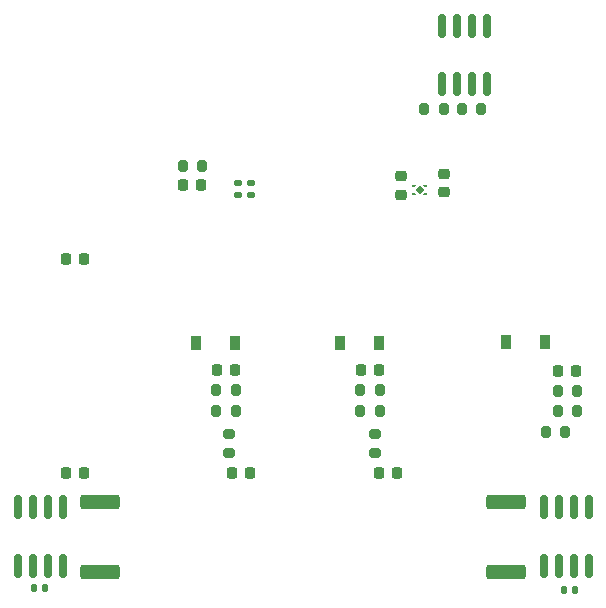
<source format=gbp>
G04 #@! TF.GenerationSoftware,KiCad,Pcbnew,(6.0.2)*
G04 #@! TF.CreationDate,2022-07-28T14:34:32+02:00*
G04 #@! TF.ProjectId,progetto_motor_controller,70726f67-6574-4746-9f5f-6d6f746f725f,rev?*
G04 #@! TF.SameCoordinates,Original*
G04 #@! TF.FileFunction,Paste,Bot*
G04 #@! TF.FilePolarity,Positive*
%FSLAX46Y46*%
G04 Gerber Fmt 4.6, Leading zero omitted, Abs format (unit mm)*
G04 Created by KiCad (PCBNEW (6.0.2)) date 2022-07-28 14:34:32*
%MOMM*%
%LPD*%
G01*
G04 APERTURE LIST*
G04 Aperture macros list*
%AMRoundRect*
0 Rectangle with rounded corners*
0 $1 Rounding radius*
0 $2 $3 $4 $5 $6 $7 $8 $9 X,Y pos of 4 corners*
0 Add a 4 corners polygon primitive as box body*
4,1,4,$2,$3,$4,$5,$6,$7,$8,$9,$2,$3,0*
0 Add four circle primitives for the rounded corners*
1,1,$1+$1,$2,$3*
1,1,$1+$1,$4,$5*
1,1,$1+$1,$6,$7*
1,1,$1+$1,$8,$9*
0 Add four rect primitives between the rounded corners*
20,1,$1+$1,$2,$3,$4,$5,0*
20,1,$1+$1,$4,$5,$6,$7,0*
20,1,$1+$1,$6,$7,$8,$9,0*
20,1,$1+$1,$8,$9,$2,$3,0*%
%AMRotRect*
0 Rectangle, with rotation*
0 The origin of the aperture is its center*
0 $1 length*
0 $2 width*
0 $3 Rotation angle, in degrees counterclockwise*
0 Add horizontal line*
21,1,$1,$2,0,0,$3*%
%AMFreePoly0*
4,1,6,0.270000,-0.070500,0.270000,-0.105000,-0.090000,-0.105000,-0.090000,0.105000,0.090000,0.105000,0.270000,-0.070500,0.270000,-0.070500,$1*%
%AMFreePoly1*
4,1,6,0.090000,-0.105000,-0.270000,-0.105000,-0.270000,-0.070500,-0.090000,0.105000,0.090000,0.105000,0.090000,-0.105000,0.090000,-0.105000,$1*%
G04 Aperture macros list end*
%ADD10RoundRect,0.225000X0.225000X0.250000X-0.225000X0.250000X-0.225000X-0.250000X0.225000X-0.250000X0*%
%ADD11RoundRect,0.225000X0.250000X-0.225000X0.250000X0.225000X-0.250000X0.225000X-0.250000X-0.225000X0*%
%ADD12RoundRect,0.250000X1.425000X-0.362500X1.425000X0.362500X-1.425000X0.362500X-1.425000X-0.362500X0*%
%ADD13R,0.900000X1.200000*%
%ADD14RoundRect,0.140000X0.170000X-0.140000X0.170000X0.140000X-0.170000X0.140000X-0.170000X-0.140000X0*%
%ADD15RoundRect,0.150000X-0.150000X0.825000X-0.150000X-0.825000X0.150000X-0.825000X0.150000X0.825000X0*%
%ADD16RoundRect,0.200000X-0.200000X-0.275000X0.200000X-0.275000X0.200000X0.275000X-0.200000X0.275000X0*%
%ADD17RoundRect,0.200000X0.200000X0.275000X-0.200000X0.275000X-0.200000X-0.275000X0.200000X-0.275000X0*%
%ADD18RoundRect,0.200000X0.275000X-0.200000X0.275000X0.200000X-0.275000X0.200000X-0.275000X-0.200000X0*%
%ADD19FreePoly0,0.000000*%
%ADD20FreePoly1,180.000000*%
%ADD21FreePoly0,180.000000*%
%ADD22FreePoly1,0.000000*%
%ADD23RotRect,0.480000X0.480000X315.000000*%
%ADD24RoundRect,0.150000X0.150000X-0.825000X0.150000X0.825000X-0.150000X0.825000X-0.150000X-0.825000X0*%
%ADD25RoundRect,0.225000X-0.225000X-0.250000X0.225000X-0.250000X0.225000X0.250000X-0.225000X0.250000X0*%
%ADD26RoundRect,0.140000X0.140000X0.170000X-0.140000X0.170000X-0.140000X-0.170000X0.140000X-0.170000X0*%
%ADD27RoundRect,0.140000X-0.140000X-0.170000X0.140000X-0.170000X0.140000X0.170000X-0.140000X0.170000X0*%
G04 APERTURE END LIST*
D10*
X122475000Y-116400000D03*
X120925000Y-116400000D03*
D11*
X128000000Y-101375000D03*
X128000000Y-99825000D03*
D12*
X98800000Y-133512500D03*
X98800000Y-127587500D03*
D10*
X123975000Y-125150000D03*
X122425000Y-125150000D03*
D13*
X110250000Y-114150000D03*
X106950000Y-114150000D03*
X136550000Y-114050000D03*
X133250000Y-114050000D03*
D14*
X110500000Y-101580000D03*
X110500000Y-100620000D03*
D15*
X136395000Y-128075000D03*
X137665000Y-128075000D03*
X138935000Y-128075000D03*
X140205000Y-128075000D03*
X140205000Y-133025000D03*
X138935000Y-133025000D03*
X137665000Y-133025000D03*
X136395000Y-133025000D03*
D16*
X105825000Y-99150000D03*
X107475000Y-99150000D03*
D17*
X122525000Y-119900000D03*
X120875000Y-119900000D03*
D16*
X129475000Y-94350000D03*
X131125000Y-94350000D03*
D10*
X139175000Y-116550000D03*
X137625000Y-116550000D03*
X111550000Y-125150000D03*
X110000000Y-125150000D03*
D18*
X109800000Y-123475000D03*
X109800000Y-121825000D03*
D16*
X126275000Y-94350000D03*
X127925000Y-94350000D03*
D17*
X110325000Y-119900000D03*
X108675000Y-119900000D03*
D11*
X124300000Y-101600000D03*
X124300000Y-100050000D03*
D19*
X125380000Y-101525000D03*
D20*
X125380000Y-100875000D03*
D21*
X126420000Y-100875000D03*
D22*
X126420000Y-101525000D03*
D23*
X125900000Y-101200000D03*
D16*
X137575000Y-119950000D03*
X139225000Y-119950000D03*
D17*
X122525000Y-118150000D03*
X120875000Y-118150000D03*
D12*
X133200000Y-133512500D03*
X133200000Y-127587500D03*
D18*
X122150000Y-123475000D03*
X122150000Y-121825000D03*
D24*
X131605000Y-92225000D03*
X130335000Y-92225000D03*
X129065000Y-92225000D03*
X127795000Y-92225000D03*
X127795000Y-87275000D03*
X129065000Y-87275000D03*
X130335000Y-87275000D03*
X131605000Y-87275000D03*
D25*
X95975000Y-107000000D03*
X97525000Y-107000000D03*
D26*
X139080000Y-135050000D03*
X138120000Y-135050000D03*
D27*
X93240000Y-134900000D03*
X94200000Y-134900000D03*
D16*
X136575000Y-121650000D03*
X138225000Y-121650000D03*
D15*
X91895000Y-128075000D03*
X93165000Y-128075000D03*
X94435000Y-128075000D03*
X95705000Y-128075000D03*
X95705000Y-133025000D03*
X94435000Y-133025000D03*
X93165000Y-133025000D03*
X91895000Y-133025000D03*
D10*
X110300000Y-116400000D03*
X108750000Y-116400000D03*
D17*
X110325000Y-118150000D03*
X108675000Y-118150000D03*
D13*
X122450000Y-114150000D03*
X119150000Y-114150000D03*
D10*
X107425000Y-100800000D03*
X105875000Y-100800000D03*
D14*
X111600000Y-101580000D03*
X111600000Y-100620000D03*
D10*
X97475000Y-125150000D03*
X95925000Y-125150000D03*
D16*
X137575000Y-118250000D03*
X139225000Y-118250000D03*
M02*

</source>
